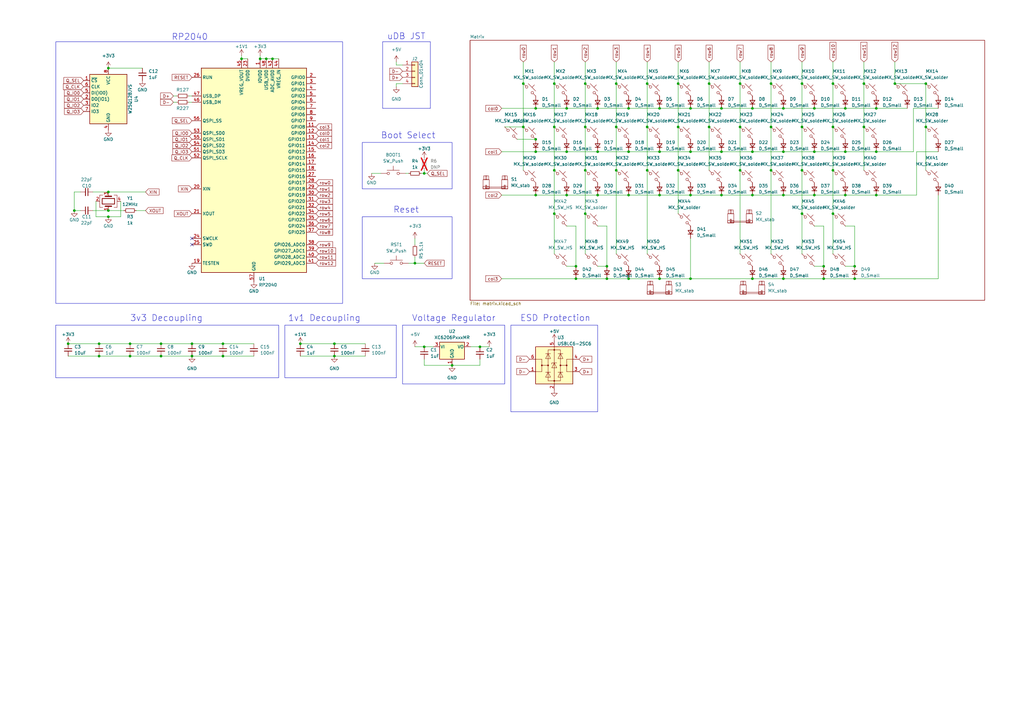
<source format=kicad_sch>
(kicad_sch (version 20230121) (generator eeschema)
  (paper "A3")
  (title_block (title "ark40") (date "2023-07-04") (rev "1"))
  (junction (at 78.74 146.05))
  (junction (at 214.63 52.07))
  (junction (at 328.93 87.63))
  (junction (at 321.31 62.23))
  (junction (at 308.61 44.45))
  (junction (at 219.71 62.23))
  (junction (at 137.16 140.97))
  (junction (at 283.21 62.23))
  (junction (at 66.04 146.05))
  (junction (at 109.22 24.13))
  (junction (at 270.51 62.23))
  (junction (at 350.52 109.22))
  (junction (at 354.33 52.07))
  (junction (at 334.01 62.23))
  (junction (at 308.61 62.23))
  (junction (at 40.64 146.05))
  (junction (at 99.06 24.13))
  (junction (at 91.44 146.05))
  (junction (at 252.73 52.07))
  (junction (at 240.03 87.63))
  (junction (at 308.61 114.3))
  (junction (at 245.11 62.23))
  (junction (at 227.33 69.85))
  (junction (at 283.21 80.01))
  (junction (at 257.81 62.23))
  (junction (at 265.43 34.29))
  (junction (at 341.63 52.07))
  (junction (at 227.33 52.07))
  (junction (at 240.03 52.07))
  (junction (at 265.43 52.07))
  (junction (at 328.93 34.29))
  (junction (at 321.31 114.3))
  (junction (at 334.01 80.01))
  (junction (at 214.63 34.29))
  (junction (at 350.52 114.3))
  (junction (at 316.23 69.85))
  (junction (at 44.45 78.74))
  (junction (at 334.01 44.45))
  (junction (at 321.31 80.01))
  (junction (at 91.44 140.97))
  (junction (at 123.19 140.97))
  (junction (at 270.51 80.01))
  (junction (at 232.41 44.45))
  (junction (at 78.74 140.97))
  (junction (at 170.18 107.95))
  (junction (at 278.13 69.85))
  (junction (at 270.51 44.45))
  (junction (at 219.71 44.45))
  (junction (at 316.23 34.29))
  (junction (at 303.53 69.85))
  (junction (at 53.34 146.05))
  (junction (at 328.93 69.85))
  (junction (at 257.81 80.01))
  (junction (at 278.13 34.29))
  (junction (at 308.61 80.01))
  (junction (at 219.71 80.01))
  (junction (at 240.03 34.29))
  (junction (at 346.71 44.45))
  (junction (at 44.45 86.36))
  (junction (at 185.42 149.86))
  (junction (at 252.73 69.85))
  (junction (at 40.64 140.97))
  (junction (at 30.48 86.36))
  (junction (at 240.03 69.85))
  (junction (at 248.92 114.3))
  (junction (at 27.94 140.97))
  (junction (at 290.83 52.07))
  (junction (at 379.73 52.07))
  (junction (at 321.31 44.45))
  (junction (at 53.34 140.97))
  (junction (at 227.33 87.63))
  (junction (at 66.04 140.97))
  (junction (at 236.22 114.3))
  (junction (at 196.85 142.24))
  (junction (at 359.41 62.23))
  (junction (at 295.91 80.01))
  (junction (at 236.22 109.22))
  (junction (at 173.99 71.12))
  (junction (at 346.71 62.23))
  (junction (at 337.82 114.3))
  (junction (at 173.99 142.24))
  (junction (at 245.11 80.01))
  (junction (at 283.21 44.45))
  (junction (at 337.82 109.22))
  (junction (at 219.71 57.15))
  (junction (at 283.21 114.3))
  (junction (at 265.43 69.85))
  (junction (at 295.91 44.45))
  (junction (at 227.33 34.29))
  (junction (at 359.41 44.45))
  (junction (at 111.76 24.13))
  (junction (at 367.03 34.29))
  (junction (at 248.92 109.22))
  (junction (at 252.73 34.29))
  (junction (at 303.53 52.07))
  (junction (at 232.41 80.01))
  (junction (at 295.91 62.23))
  (junction (at 346.71 80.01))
  (junction (at 341.63 34.29))
  (junction (at 137.16 146.05))
  (junction (at 106.68 24.13))
  (junction (at 232.41 62.23))
  (junction (at 341.63 69.85))
  (junction (at 44.45 88.9))
  (junction (at 354.33 34.29))
  (junction (at 257.81 114.3))
  (junction (at 303.53 34.29))
  (junction (at 270.51 114.3))
  (junction (at 341.63 87.63))
  (junction (at 257.81 44.45))
  (junction (at 245.11 44.45))
  (junction (at 316.23 52.07))
  (junction (at 278.13 52.07))
  (junction (at 44.45 27.94))
  (junction (at 328.93 52.07))
  (junction (at 359.41 80.01))
  (junction (at 379.73 34.29))
  (junction (at 290.83 34.29))
  (no_connect (at 78.74 97.79))
  (no_connect (at 78.74 100.33))
  (wire (pts (xy 166.37 71.12) (xy 167.64 71.12)))
  (wire (pts (xy 39.37 82.55) (xy 39.37 88.9)))
  (wire (pts (xy 196.85 147.32) (xy 196.85 149.86)))
  (wire (pts (xy 367.03 34.29) (xy 379.73 34.29)))
  (wire (pts (xy 346.71 62.23) (xy 359.41 62.23)))
  (wire (pts (xy 214.63 52.07) (xy 214.63 69.85)))
  (wire (pts (xy 193.04 142.24) (xy 196.85 142.24)))
  (wire (pts (xy 170.18 97.79) (xy 170.18 100.33)))
  (wire (pts (xy 196.85 142.24) (xy 200.66 142.24)))
  (wire (pts (xy 245.11 62.23) (xy 257.81 62.23)))
  (wire (pts (xy 232.41 80.01) (xy 245.11 80.01)))
  (wire (pts (xy 295.91 62.23) (xy 308.61 62.23)))
  (wire (pts (xy 153.67 107.95) (xy 157.48 107.95)))
  (wire (pts (xy 359.41 44.45) (xy 372.11 44.45)))
  (wire (pts (xy 91.44 140.97) (xy 104.14 140.97)))
  (wire (pts (xy 162.56 26.67) (xy 162.56 25.4)))
  (wire (pts (xy 227.33 25.4) (xy 227.33 34.29)))
  (wire (pts (xy 165.1 34.29) (xy 162.56 34.29)))
  (wire (pts (xy 71.12 41.91) (xy 72.39 41.91)))
  (wire (pts (xy 38.1 86.36) (xy 44.45 86.36)))
  (wire (pts (xy 55.88 86.36) (xy 59.69 86.36)))
  (wire (pts (xy 252.73 25.4) (xy 252.73 34.29)))
  (wire (pts (xy 219.71 80.01) (xy 232.41 80.01)))
  (wire (pts (xy 27.94 146.05) (xy 40.64 146.05)))
  (wire (pts (xy 308.61 114.3) (xy 321.31 114.3)))
  (wire (pts (xy 227.33 69.85) (xy 227.33 87.63)))
  (wire (pts (xy 257.81 114.3) (xy 270.51 114.3)))
  (wire (pts (xy 172.72 71.12) (xy 173.99 71.12)))
  (wire (pts (xy 367.03 25.4) (xy 367.03 34.29)))
  (wire (pts (xy 321.31 62.23) (xy 334.01 62.23)))
  (wire (pts (xy 379.73 52.07) (xy 379.73 69.85)))
  (wire (pts (xy 78.74 146.05) (xy 91.44 146.05)))
  (wire (pts (xy 270.51 114.3) (xy 283.21 114.3)))
  (wire (pts (xy 334.01 109.22) (xy 337.82 109.22)))
  (wire (pts (xy 30.48 78.74) (xy 30.48 86.36)))
  (wire (pts (xy 173.99 142.24) (xy 177.8 142.24)))
  (wire (pts (xy 265.43 52.07) (xy 265.43 69.85)))
  (wire (pts (xy 173.99 71.12) (xy 175.26 71.12)))
  (wire (pts (xy 341.63 69.85) (xy 341.63 87.63)))
  (wire (pts (xy 278.13 69.85) (xy 278.13 87.63)))
  (wire (pts (xy 40.64 140.97) (xy 53.34 140.97)))
  (wire (pts (xy 66.04 146.05) (xy 78.74 146.05)))
  (wire (pts (xy 265.43 69.85) (xy 265.43 104.14)))
  (wire (pts (xy 257.81 80.01) (xy 270.51 80.01)))
  (wire (pts (xy 334.01 62.23) (xy 346.71 62.23)))
  (wire (pts (xy 245.11 44.45) (xy 257.81 44.45)))
  (wire (pts (xy 109.22 24.13) (xy 111.76 24.13)))
  (wire (pts (xy 265.43 34.29) (xy 265.43 52.07)))
  (wire (pts (xy 71.12 39.37) (xy 72.39 39.37)))
  (wire (pts (xy 232.41 109.22) (xy 236.22 109.22)))
  (wire (pts (xy 240.03 34.29) (xy 240.03 52.07)))
  (wire (pts (xy 384.81 80.01) (xy 384.81 114.3)))
  (wire (pts (xy 334.01 92.71) (xy 337.82 92.71)))
  (wire (pts (xy 341.63 34.29) (xy 341.63 52.07)))
  (wire (pts (xy 44.45 78.74) (xy 59.69 78.74)))
  (wire (pts (xy 205.74 114.3) (xy 236.22 114.3)))
  (wire (pts (xy 354.33 34.29) (xy 354.33 52.07)))
  (wire (pts (xy 214.63 34.29) (xy 214.63 52.07)))
  (wire (pts (xy 303.53 69.85) (xy 303.53 104.14)))
  (wire (pts (xy 137.16 146.05) (xy 149.86 146.05)))
  (wire (pts (xy 106.68 24.13) (xy 106.68 22.86)))
  (wire (pts (xy 33.02 78.74) (xy 30.48 78.74)))
  (wire (pts (xy 38.1 78.74) (xy 44.45 78.74)))
  (wire (pts (xy 295.91 44.45) (xy 308.61 44.45)))
  (wire (pts (xy 350.52 92.71) (xy 350.52 109.22)))
  (wire (pts (xy 205.74 44.45) (xy 219.71 44.45)))
  (wire (pts (xy 240.03 52.07) (xy 240.03 69.85)))
  (wire (pts (xy 328.93 87.63) (xy 328.93 104.14)))
  (wire (pts (xy 346.71 44.45) (xy 359.41 44.45)))
  (wire (pts (xy 252.73 52.07) (xy 252.73 69.85)))
  (wire (pts (xy 375.92 62.23) (xy 375.92 80.01)))
  (wire (pts (xy 170.18 142.24) (xy 173.99 142.24)))
  (wire (pts (xy 321.31 80.01) (xy 334.01 80.01)))
  (wire (pts (xy 252.73 34.29) (xy 252.73 52.07)))
  (wire (pts (xy 354.33 25.4) (xy 354.33 34.29)))
  (wire (pts (xy 167.64 107.95) (xy 170.18 107.95)))
  (wire (pts (xy 316.23 52.07) (xy 316.23 69.85)))
  (wire (pts (xy 290.83 34.29) (xy 290.83 52.07)))
  (wire (pts (xy 240.03 87.63) (xy 240.03 104.14)))
  (wire (pts (xy 236.22 92.71) (xy 236.22 109.22)))
  (wire (pts (xy 283.21 114.3) (xy 308.61 114.3)))
  (wire (pts (xy 232.41 62.23) (xy 245.11 62.23)))
  (wire (pts (xy 278.13 52.07) (xy 278.13 69.85)))
  (wire (pts (xy 384.81 44.45) (xy 374.65 44.45)))
  (wire (pts (xy 248.92 114.3) (xy 257.81 114.3)))
  (wire (pts (xy 359.41 62.23) (xy 374.65 62.23)))
  (wire (pts (xy 350.52 114.3) (xy 384.81 114.3)))
  (wire (pts (xy 308.61 62.23) (xy 321.31 62.23)))
  (wire (pts (xy 170.18 107.95) (xy 173.99 107.95)))
  (wire (pts (xy 240.03 25.4) (xy 240.03 34.29)))
  (wire (pts (xy 346.71 92.71) (xy 350.52 92.71)))
  (wire (pts (xy 78.74 39.37) (xy 77.47 39.37)))
  (wire (pts (xy 99.06 24.13) (xy 99.06 22.86)))
  (wire (pts (xy 170.18 105.41) (xy 170.18 107.95)))
  (wire (pts (xy 278.13 25.4) (xy 278.13 34.29)))
  (wire (pts (xy 207.01 52.07) (xy 214.63 52.07)))
  (wire (pts (xy 205.74 62.23) (xy 219.71 62.23)))
  (wire (pts (xy 270.51 62.23) (xy 283.21 62.23)))
  (wire (pts (xy 49.53 82.55) (xy 49.53 88.9)))
  (wire (pts (xy 257.81 44.45) (xy 270.51 44.45)))
  (wire (pts (xy 219.71 62.23) (xy 232.41 62.23)))
  (wire (pts (xy 49.53 88.9) (xy 44.45 88.9)))
  (wire (pts (xy 53.34 140.97) (xy 66.04 140.97)))
  (wire (pts (xy 316.23 69.85) (xy 316.23 104.14)))
  (wire (pts (xy 78.74 41.91) (xy 77.47 41.91)))
  (wire (pts (xy 257.81 62.23) (xy 270.51 62.23)))
  (wire (pts (xy 303.53 34.29) (xy 303.53 52.07)))
  (wire (pts (xy 337.82 92.71) (xy 337.82 109.22)))
  (wire (pts (xy 227.33 52.07) (xy 227.33 69.85)))
  (wire (pts (xy 99.06 24.13) (xy 101.6 24.13)))
  (wire (pts (xy 303.53 25.4) (xy 303.53 34.29)))
  (wire (pts (xy 248.92 92.71) (xy 248.92 109.22)))
  (wire (pts (xy 214.63 25.4) (xy 214.63 34.29)))
  (wire (pts (xy 245.11 92.71) (xy 248.92 92.71)))
  (wire (pts (xy 245.11 109.22) (xy 248.92 109.22)))
  (wire (pts (xy 328.93 52.07) (xy 328.93 69.85)))
  (wire (pts (xy 290.83 25.4) (xy 290.83 34.29)))
  (wire (pts (xy 227.33 87.63) (xy 227.33 104.14)))
  (wire (pts (xy 341.63 25.4) (xy 341.63 34.29)))
  (wire (pts (xy 232.41 44.45) (xy 245.11 44.45)))
  (wire (pts (xy 152.4 71.12) (xy 156.21 71.12)))
  (wire (pts (xy 165.1 26.67) (xy 162.56 26.67)))
  (wire (pts (xy 44.45 86.36) (xy 50.8 86.36)))
  (wire (pts (xy 123.19 146.05) (xy 137.16 146.05)))
  (wire (pts (xy 252.73 69.85) (xy 252.73 104.14)))
  (wire (pts (xy 30.48 86.36) (xy 33.02 86.36)))
  (wire (pts (xy 283.21 44.45) (xy 295.91 44.45)))
  (wire (pts (xy 173.99 69.85) (xy 173.99 71.12)))
  (wire (pts (xy 341.63 52.07) (xy 341.63 69.85)))
  (wire (pts (xy 303.53 52.07) (xy 303.53 69.85)))
  (wire (pts (xy 346.71 80.01) (xy 359.41 80.01)))
  (wire (pts (xy 316.23 34.29) (xy 316.23 52.07)))
  (wire (pts (xy 346.71 109.22) (xy 350.52 109.22)))
  (wire (pts (xy 240.03 69.85) (xy 240.03 87.63)))
  (wire (pts (xy 123.19 140.97) (xy 137.16 140.97)))
  (wire (pts (xy 308.61 44.45) (xy 321.31 44.45)))
  (wire (pts (xy 137.16 140.97) (xy 149.86 140.97)))
  (wire (pts (xy 321.31 44.45) (xy 334.01 44.45)))
  (wire (pts (xy 308.61 80.01) (xy 321.31 80.01)))
  (wire (pts (xy 27.94 140.97) (xy 40.64 140.97)))
  (wire (pts (xy 173.99 149.86) (xy 185.42 149.86)))
  (wire (pts (xy 196.85 149.86) (xy 185.42 149.86)))
  (wire (pts (xy 227.33 34.29) (xy 227.33 52.07)))
  (wire (pts (xy 265.43 25.4) (xy 265.43 34.29)))
  (wire (pts (xy 379.73 34.29) (xy 379.73 52.07)))
  (wire (pts (xy 384.81 62.23) (xy 375.92 62.23)))
  (wire (pts (xy 328.93 69.85) (xy 328.93 87.63)))
  (wire (pts (xy 111.76 24.13) (xy 114.3 24.13)))
  (wire (pts (xy 321.31 114.3) (xy 337.82 114.3)))
  (wire (pts (xy 236.22 114.3) (xy 248.92 114.3)))
  (wire (pts (xy 40.64 146.05) (xy 53.34 146.05)))
  (wire (pts (xy 334.01 44.45) (xy 346.71 44.45)))
  (wire (pts (xy 270.51 44.45) (xy 283.21 44.45)))
  (wire (pts (xy 39.37 88.9) (xy 44.45 88.9)))
  (wire (pts (xy 278.13 34.29) (xy 278.13 52.07)))
  (wire (pts (xy 375.92 80.01) (xy 359.41 80.01)))
  (wire (pts (xy 295.91 80.01) (xy 308.61 80.01)))
  (wire (pts (xy 78.74 140.97) (xy 91.44 140.97)))
  (wire (pts (xy 44.45 27.94) (xy 58.42 27.94)))
  (wire (pts (xy 328.93 25.4) (xy 328.93 34.29)))
  (wire (pts (xy 374.65 44.45) (xy 374.65 62.23)))
  (wire (pts (xy 283.21 62.23) (xy 295.91 62.23)))
  (wire (pts (xy 270.51 80.01) (xy 283.21 80.01)))
  (wire (pts (xy 232.41 92.71) (xy 236.22 92.71)))
  (wire (pts (xy 173.99 147.32) (xy 173.99 149.86)))
  (wire (pts (xy 337.82 114.3) (xy 350.52 114.3)))
  (wire (pts (xy 162.56 34.29) (xy 162.56 35.56)))
  (wire (pts (xy 283.21 80.01) (xy 295.91 80.01)))
  (wire (pts (xy 205.74 80.01) (xy 219.71 80.01)))
  (wire (pts (xy 53.34 146.05) (xy 66.04 146.05)))
  (wire (pts (xy 316.23 25.4) (xy 316.23 34.29)))
  (wire (pts (xy 328.93 34.29) (xy 328.93 52.07)))
  (wire (pts (xy 212.09 57.15) (xy 219.71 57.15)))
  (wire (pts (xy 91.44 146.05) (xy 104.14 146.05)))
  (wire (pts (xy 283.21 114.3) (xy 283.21 97.79)))
  (wire (pts (xy 66.04 140.97) (xy 78.74 140.97)))
  (wire (pts (xy 245.11 80.01) (xy 257.81 80.01)))
  (wire (pts (xy 334.01 80.01) (xy 346.71 80.01)))
  (wire (pts (xy 341.63 87.63) (xy 341.63 104.14)))
  (wire (pts (xy 219.71 44.45) (xy 232.41 44.45)))
  (wire (pts (xy 106.68 24.13) (xy 109.22 24.13)))
  (wire (pts (xy 354.33 52.07) (xy 354.33 69.85)))
  (wire (pts (xy 290.83 52.07) (xy 290.83 69.85)))
  (rectangle (start 148.59 88.9) (end 185.42 114.3))
  (rectangle (start 22.9108 17.1196) (end 140.5128 124.46))
  (rectangle (start 22.86 133.35) (end 114.3 154.94))
  (rectangle (start 156.9212 17.1196) (end 176.53 44.45))
  (rectangle (start 165.1 133.35) (end 207.01 157.48))
  (rectangle (start 116.84 133.35) (end 162.56 154.94))
  (rectangle (start 209.55 133.35) (end 245.11 168.91))
  (rectangle (start 148.59 58.42) (end 185.42 77.47))
  (text "uDB JST" (at 158.75 16.51 0) (effects (font (size 2.54 2.54)) (justify left bottom)))
  (text "1v1 Decoupling" (at 118.11 132.08 0) (effects (font (size 2.54 2.54)) (justify left bottom)))
  (text "Reset\n" (at 161.29 87.63 0) (effects (font (size 2.54 2.54)) (justify left bottom)))
  (text "3v3 Decoupling" (at 53.34 132.08 0) (effects (font (size 2.54 2.54)) (justify left bottom)))
  (text "Boot Select\n" (at 156.21 57.15 0) (effects (font (size 2.54 2.54)) (justify left bottom)))
  (text "RP2040" (at 70.358 16.764 0) (effects (font (size 2.54 2.54)) (justify left bottom)))
  (text "Voltage Regulator" (at 168.91 132.08 0) (effects (font (size 2.54 2.54)) (justify left bottom)))
  (text "ESD Protection\n" (at 213.36 132.08 0) (effects (font (size 2.54 2.54)) (justify left bottom)))
  (global_label "Q_IO2" (shape input) (at 34.29 43.18 180) (property "Intersheetrefs" "${INTERSHEET_REFS}" (effects hide)))
  (global_label "row11" (shape input) (at 129.54 105.41 0) (property "Intersheetrefs" "${INTERSHEET_REFS}" (effects hide)))
  (global_label "row2" (shape input) (at 240.03 25.4 90) (property "Intersheetrefs" "${INTERSHEET_REFS}" (effects hide)))
  (global_label "RESET" (shape input) (at 173.99 107.95 0) (property "Intersheetrefs" "${INTERSHEET_REFS}" (effects hide)))
  (global_label "row10" (shape input) (at 341.63 25.4 90) (property "Intersheetrefs" "${INTERSHEET_REFS}" (effects hide)))
  (global_label "Q_IO3" (shape input) (at 78.74 62.23 180) (property "Intersheetrefs" "${INTERSHEET_REFS}" (effects hide)))
  (global_label "row5" (shape input) (at 129.54 87.63 0) (property "Intersheetrefs" "${INTERSHEET_REFS}" (effects hide)))
  (global_label "Q_SEL" (shape input) (at 34.29 33.02 180) (property "Intersheetrefs" "${INTERSHEET_REFS}" (effects hide)))
  (global_label "Q_IO1" (shape input) (at 78.74 57.15 180) (property "Intersheetrefs" "${INTERSHEET_REFS}" (effects hide)))
  (global_label "row8" (shape input) (at 316.23 25.4 90) (property "Intersheetrefs" "${INTERSHEET_REFS}" (effects hide)))
  (global_label "row4" (shape input) (at 265.43 25.4 90) (property "Intersheetrefs" "${INTERSHEET_REFS}" (effects hide)))
  (global_label "col3" (shape input) (at 129.54 52.07 0) (property "Intersheetrefs" "${INTERSHEET_REFS}" (effects hide)))
  (global_label "row6" (shape input) (at 129.54 90.17 0) (property "Intersheetrefs" "${INTERSHEET_REFS}" (effects hide)))
  (global_label "row1" (shape input) (at 129.54 77.47 0) (property "Intersheetrefs" "${INTERSHEET_REFS}" (effects hide)))
  (global_label "RESET" (shape input) (at 78.74 31.75 180) (property "Intersheetrefs" "${INTERSHEET_REFS}" (effects hide)))
  (global_label "row8" (shape input) (at 129.54 95.25 0) (property "Intersheetrefs" "${INTERSHEET_REFS}" (effects hide)))
  (global_label "XIN" (shape input) (at 59.69 78.74 0) (property "Intersheetrefs" "${INTERSHEET_REFS}" (effects hide)))
  (global_label "col1" (shape input) (at 129.54 57.15 0) (property "Intersheetrefs" "${INTERSHEET_REFS}" (effects hide)))
  (global_label "D+" (shape input) (at 237.49 147.32 0) (property "Intersheetrefs" "${INTERSHEET_REFS}" (effects hide)))
  (global_label "col0" (shape input) (at 205.74 44.45 180) (property "Intersheetrefs" "${INTERSHEET_REFS}" (effects hide)))
  (global_label "row1" (shape input) (at 227.33 25.4 90) (property "Intersheetrefs" "${INTERSHEET_REFS}" (effects hide)))
  (global_label "XIN" (shape input) (at 78.74 77.47 180) (property "Intersheetrefs" "${INTERSHEET_REFS}" (effects hide)))
  (global_label "XOUT" (shape input) (at 78.74 87.63 180) (property "Intersheetrefs" "${INTERSHEET_REFS}" (effects hide)))
  (global_label "row9" (shape input) (at 328.93 25.4 90) (property "Intersheetrefs" "${INTERSHEET_REFS}" (effects hide)))
  (global_label "col3" (shape input) (at 205.74 114.3 180) (property "Intersheetrefs" "${INTERSHEET_REFS}" (effects hide)))
  (global_label "row0" (shape input) (at 214.63 25.4 90) (property "Intersheetrefs" "${INTERSHEET_REFS}" (effects hide)))
  (global_label "col1" (shape input) (at 205.74 62.23 180) (property "Intersheetrefs" "${INTERSHEET_REFS}" (effects hide)))
  (global_label "row9" (shape input) (at 129.54 100.33 0) (property "Intersheetrefs" "${INTERSHEET_REFS}" (effects hide)))
  (global_label "col2" (shape input) (at 205.74 80.01 180) (property "Intersheetrefs" "${INTERSHEET_REFS}" (effects hide)))
  (global_label "D+" (shape input) (at 237.49 152.4 0) (property "Intersheetrefs" "${INTERSHEET_REFS}" (effects hide)))
  (global_label "Q_CLK" (shape input) (at 78.74 64.77 180) (property "Intersheetrefs" "${INTERSHEET_REFS}" (effects hide)))
  (global_label "D-" (shape input) (at 217.17 152.4 180) (property "Intersheetrefs" "${INTERSHEET_REFS}" (effects hide)))
  (global_label "Q_IO0" (shape input) (at 34.29 38.1 180) (property "Intersheetrefs" "${INTERSHEET_REFS}" (effects hide)))
  (global_label "row11" (shape input) (at 354.33 25.4 90) (property "Intersheetrefs" "${INTERSHEET_REFS}" (effects hide)))
  (global_label "row2" (shape input) (at 129.54 80.01 0) (property "Intersheetrefs" "${INTERSHEET_REFS}" (effects hide)))
  (global_label "Q_IO2" (shape input) (at 78.74 59.69 180) (property "Intersheetrefs" "${INTERSHEET_REFS}" (effects hide)))
  (global_label "row3" (shape input) (at 129.54 82.55 0) (property "Intersheetrefs" "${INTERSHEET_REFS}" (effects hide)))
  (global_label "row7" (shape input) (at 129.54 92.71 0) (property "Intersheetrefs" "${INTERSHEET_REFS}" (effects hide)))
  (global_label "row4" (shape input) (at 129.54 85.09 0) (property "Intersheetrefs" "${INTERSHEET_REFS}" (effects hide)))
  (global_label "row0" (shape input) (at 129.54 74.93 0) (property "Intersheetrefs" "${INTERSHEET_REFS}" (effects hide)))
  (global_label "col0" (shape input) (at 129.54 54.61 0) (property "Intersheetrefs" "${INTERSHEET_REFS}" (effects hide)))
  (global_label "col2" (shape input) (at 129.54 59.69 0) (property "Intersheetrefs" "${INTERSHEET_REFS}" (effects hide)))
  (global_label "Q_IO1" (shape input) (at 34.29 40.64 180) (property "Intersheetrefs" "${INTERSHEET_REFS}" (effects hide)))
  (global_label "D-" (shape input) (at 165.1 29.21 180) (property "Intersheetrefs" "${INTERSHEET_REFS}" (effects hide)))
  (global_label "Q_IO0" (shape input) (at 78.74 54.61 180) (property "Intersheetrefs" "${INTERSHEET_REFS}" (effects hide)))
  (global_label "Q_SEL" (shape input) (at 175.26 71.12 0) (property "Intersheetrefs" "${INTERSHEET_REFS}" (effects hide)))
  (global_label "row6" (shape input) (at 290.83 25.4 90) (property "Intersheetrefs" "${INTERSHEET_REFS}" (effects hide)))
  (global_label "row5" (shape input) (at 278.13 25.4 90) (property "Intersheetrefs" "${INTERSHEET_REFS}" (effects hide)))
  (global_label "Q_SEL" (shape input) (at 78.74 49.53 180) (property "Intersheetrefs" "${INTERSHEET_REFS}" (effects hide)))
  (global_label "Q_CLK" (shape input) (at 34.29 35.56 180) (property "Intersheetrefs" "${INTERSHEET_REFS}" (effects hide)))
  (global_label "D-" (shape input) (at 217.17 147.32 180) (property "Intersheetrefs" "${INTERSHEET_REFS}" (effects hide)))
  (global_label "Q_IO3" (shape input) (at 34.29 45.72 180) (property "Intersheetrefs" "${INTERSHEET_REFS}" (effects hide)))
  (global_label "D+" (shape input) (at 165.1 31.75 180) (property "Intersheetrefs" "${INTERSHEET_REFS}" (effects hide)))
  (global_label "D+" (shape input) (at 71.12 39.37 180) (property "Intersheetrefs" "${INTERSHEET_REFS}" (effects hide)))
  (global_label "D-" (shape input) (at 71.12 41.91 180) (property "Intersheetrefs" "${INTERSHEET_REFS}" (effects hide)))
  (global_label "XOUT" (shape input) (at 59.69 86.36 0) (property "Intersheetrefs" "${INTERSHEET_REFS}" (effects hide)))
  (global_label "row10" (shape input) (at 129.54 102.87 0) (property "Intersheetrefs" "${INTERSHEET_REFS}" (effects hide)))
  (global_label "row12" (shape input) (at 367.03 25.4 90) (property "Intersheetrefs" "${INTERSHEET_REFS}" (effects hide)))
  (global_label "row12" (shape input) (at 129.54 107.95 0) (property "Intersheetrefs" "${INTERSHEET_REFS}" (effects hide)))
  (global_label "row3" (shape input) (at 252.73 25.4 90) (property "Intersheetrefs" "${INTERSHEET_REFS}" (effects hide)))
  (global_label "row7" (shape input) (at 303.53 25.4 90) (property "Intersheetrefs" "${INTERSHEET_REFS}" (effects hide)))
  (symbol (lib_id "PCM_marbastlib-mx:MX_SW_HS") (at 217.17 54.61 0) (unit 1)
    (property "Reference" "MX16" (at 217.17 46.99 0))
    (property "Value" "MX_SW_solder" (at 217.17 49.53 0))
    (property "Footprint" "PCM_marbastlib-mx:SW_MX_1.75u_STP_1.25" (effects hide))
  )
  (symbol (lib_id "power:GND") (at 58.42 33.02 0) (unit 1)
    (property "Reference" "#PWR027" (effects hide))
    (property "Value" "GND" (at 58.42 36.83 0))
  )
  (symbol (lib_id "Device:D_Small") (at 308.61 77.47 90) (unit 1)
    (property "Reference" "D35" (at 311.15 76.2 90) (effects (justify right)))
    (property "Value" "D_Small" (at 311.15 78.74 90) (effects (justify right)))
    (property "Footprint" "Diode_SMD:D_SOD-123" (effects hide))
    (property "Sim.Device" "D" (effects hide))
    (property "Sim.Pins" "1=K 2=A" (effects hide))
    (property "LCSC" "C81598" (effects hide))
  )
  (symbol (lib_id "PCM_marbastlib-mx:MX_SW_HS") (at 331.47 54.61 0) (unit 1)
    (property "Reference" "MX25" (at 331.47 46.99 0))
    (property "Value" "MX_SW_solder" (at 331.47 49.53 0))
    (property "Footprint" "PCM_marbastlib-mx:SW_MX_1u" (effects hide))
  )
  (symbol (lib_id "Device:C_Small") (at 58.42 30.48 0) (unit 1)
    (property "Reference" "C12" (at 60.96 29.2163 0) (effects (justify left)))
    (property "Value" "1uF" (at 60.96 31.7563 0) (effects (justify left)))
    (property "Footprint" "Capacitor_SMD:C_0402_1005Metric" (effects hide))
    (property "LCSC" "C52923" (effects hide))
  )
  (symbol (lib_id "PCM_marbastlib-mx:MX_SW_HS") (at 229.87 106.68 0) (unit 1)
    (property "Reference" "MX47" (at 229.87 99.06 0))
    (property "Value" "MX_SW_HS" (at 229.87 101.6 0))
    (property "Footprint" "PCM_marbastlib-mx:SW_MX_1.25u" (effects hide))
  )
  (symbol (lib_id "Device:D_Small") (at 359.41 41.91 90) (unit 1)
    (property "Reference" "D12" (at 361.95 40.64 90) (effects (justify right)))
    (property "Value" "D_Small" (at 361.95 43.18 90) (effects (justify right)))
    (property "Footprint" "Diode_SMD:D_SOD-123" (effects hide))
    (property "Sim.Device" "D" (effects hide))
    (property "Sim.Pins" "1=K 2=A" (effects hide))
    (property "LCSC" "C81598" (effects hide))
  )
  (symbol (lib_id "PCM_marbastlib-mx:MX_SW_HS") (at 267.97 72.39 0) (unit 1)
    (property "Reference" "MX33" (at 267.97 64.77 0))
    (property "Value" "MX_SW_solder" (at 267.97 67.31 0))
    (property "Footprint" "PCM_marbastlib-mx:SW_MX_1u" (effects hide))
  )
  (symbol (lib_id "Device:D_Small") (at 270.51 111.76 90) (unit 1)
    (property "Reference" "D45" (at 273.05 110.49 90) (effects (justify right)))
    (property "Value" "D_Small" (at 273.05 113.03 90) (effects (justify right)))
    (property "Footprint" "Diode_SMD:D_SOD-123" (effects hide))
    (property "Sim.Device" "D" (effects hide))
    (property "Sim.Pins" "1=K 2=A" (effects hide))
    (property "LCSC" "C81598" (effects hide))
  )
  (symbol (lib_id "power:GND") (at 162.56 35.56 0) (unit 1)
    (property "Reference" "#PWR06" (effects hide))
    (property "Value" "GND" (at 162.56 40.64 0))
  )
  (symbol (lib_id "Device:D_Small") (at 270.51 41.91 90) (unit 1)
    (property "Reference" "D5" (at 273.05 40.64 90) (effects (justify right)))
    (property "Value" "D_Small" (at 273.05 43.18 90) (effects (justify right)))
    (property "Footprint" "Diode_SMD:D_SOD-123" (effects hide))
    (property "Sim.Device" "D" (effects hide))
    (property "Sim.Pins" "1=K 2=A" (effects hide))
    (property "LCSC" "C81598" (effects hide))
  )
  (symbol (lib_id "Device:D_Small") (at 236.22 111.76 90) (unit 1)
    (property "Reference" "D42" (at 238.76 110.49 90) (effects (justify right)))
    (property "Value" "D_Small" (at 238.76 113.03 90) (effects (justify right)))
    (property "Footprint" "Diode_SMD:D_SOD-123" (effects hide))
    (property "Sim.Device" "D" (effects hide))
    (property "Sim.Pins" "1=K 2=A" (effects hide))
    (property "LCSC" "C81598" (effects hide))
  )
  (symbol (lib_id "Device:D_Small") (at 321.31 77.47 90) (unit 1)
    (property "Reference" "D36" (at 323.85 76.2 90) (effects (justify right)))
    (property "Value" "D_Small" (at 323.85 78.74 90) (effects (justify right)))
    (property "Footprint" "Diode_SMD:D_SOD-123" (effects hide))
    (property "Sim.Device" "D" (effects hide))
    (property "Sim.Pins" "1=K 2=A" (effects hide))
    (property "LCSC" "C81598" (effects hide))
  )
  (symbol (lib_id "Device:D_Small") (at 334.01 41.91 90) (unit 1)
    (property "Reference" "D10" (at 336.55 40.64 90) (effects (justify right)))
    (property "Value" "D_Small" (at 336.55 43.18 90) (effects (justify right)))
    (property "Footprint" "Diode_SMD:D_SOD-123" (effects hide))
    (property "Sim.Device" "D" (effects hide))
    (property "Sim.Pins" "1=K 2=A" (effects hide))
    (property "LCSC" "C81598" (effects hide))
  )
  (symbol (lib_id "PCM_marbastlib-mx:MX_SW_HS") (at 255.27 72.39 0) (unit 1)
    (property "Reference" "MX32" (at 255.27 64.77 0))
    (property "Value" "MX_SW_solder" (at 255.27 67.31 0))
    (property "Footprint" "PCM_marbastlib-mx:SW_MX_1u" (effects hide))
  )
  (symbol (lib_id "PCM_marbastlib-mx:MX_SW_HS") (at 344.17 36.83 0) (unit 1)
    (property "Reference" "MX11" (at 344.17 29.21 0))
    (property "Value" "MX_SW_solder" (at 344.17 31.75 0))
    (property "Footprint" "PCM_marbastlib-mx:SW_MX_1u" (effects hide))
  )
  (symbol (lib_id "Device:D_Small") (at 295.91 77.47 90) (unit 1)
    (property "Reference" "D34" (at 298.45 76.2 90) (effects (justify right)))
    (property "Value" "D_Small" (at 298.45 78.74 90) (effects (justify right)))
    (property "Footprint" "Diode_SMD:D_SOD-123" (effects hide))
    (property "Sim.Device" "D" (effects hide))
    (property "Sim.Pins" "1=K 2=A" (effects hide))
    (property "LCSC" "C81598" (effects hide))
  )
  (symbol (lib_id "Device:D_Small") (at 248.92 111.76 90) (unit 1)
    (property "Reference" "D43" (at 251.46 110.49 90) (effects (justify right)))
    (property "Value" "D_Small" (at 251.46 113.03 90) (effects (justify right)))
    (property "Footprint" "Diode_SMD:D_SOD-123" (effects hide))
    (property "Sim.Device" "D" (effects hide))
    (property "Sim.Pins" "1=K 2=A" (effects hide))
    (property "LCSC" "C81598" (effects hide))
  )
  (symbol (lib_id "Device:D_Small") (at 350.52 111.76 90) (unit 1)
    (property "Reference" "D49" (at 353.06 110.49 90) (effects (justify right)))
    (property "Value" "D_Small" (at 353.06 113.03 90) (effects (justify right)))
    (property "Footprint" "Diode_SMD:D_SOD-123" (effects hide))
    (property "Sim.Device" "D" (effects hide))
    (property "Sim.Pins" "1=K 2=A" (effects hide))
    (property "LCSC" "C81598" (effects hide))
  )
  (symbol (lib_id "power:+3V3") (at 44.45 27.94 0) (unit 1)
    (property "Reference" "#PWR03" (effects hide))
    (property "Value" "+3V3" (at 44.45 22.86 0))
  )
  (symbol (lib_id "PCM_marbastlib-mx:MX_SW_HS") (at 229.87 72.39 0) (unit 1)
    (property "Reference" "MX30" (at 229.87 64.77 0))
    (property "Value" "MX_SW_solder" (at 229.87 67.31 0))
    (property "Footprint" "PCM_marbastlib-mx:SW_MX_1u" (effects hide))
  )
  (symbol (lib_id "power:+3V3") (at 200.66 142.24 0) (unit 1)
    (property "Reference" "#PWR09" (effects hide))
    (property "Value" "+3V3" (at 200.66 137.16 0))
  )
  (symbol (lib_id "Device:Crystal_GND24") (at 44.45 82.55 90) (unit 1)
    (property "Reference" "Y1" (at 53.34 81.28 90))
    (property "Value" "12MHz" (at 53.34 83.82 90))
    (property "Footprint" "Crystal:Crystal_SMD_3225-4Pin_3.2x2.5mm" (effects hide))
    (property "LCSC" "C9002" (effects hide))
  )
  (symbol (lib_id "Device:R_Small") (at 170.18 102.87 180) (unit 1)
    (property "Reference" "R5" (at 172.72 104.902 90))
    (property "Value" "5.1k" (at 172.72 101.092 90))
    (property "Footprint" "Resistor_SMD:R_0402_1005Metric" (effects hide))
    (property "LCSC" "C25905" (effects hide))
  )
  (symbol (lib_id "Device:C_Small") (at 78.74 143.51 0) (unit 1)
    (property "Reference" "C9" (at 81.28 142.2463 0) (effects (justify left)))
    (property "Value" "100nF" (at 81.28 144.7863 0) (effects (justify left)))
    (property "Footprint" "Capacitor_SMD:C_0402_1005Metric" (effects hide))
    (property "LCSC" "C1525" (effects hide))
  )
  (symbol (lib_id "power:GND") (at 137.16 146.05 0) (unit 1)
    (property "Reference" "#PWR023" (effects hide))
    (property "Value" "GND" (at 137.16 151.13 0))
  )
  (symbol (lib_id "PCM_marbastlib-mx:MX_SW_HS") (at 306.07 106.68 0) (unit 1)
    (property "Reference" "MX51" (at 306.07 99.06 0))
    (property "Value" "MX_SW_HS" (at 306.07 101.6 0))
    (property "Footprint" "PCM_marbastlib-mx:SW_MX_1u" (effects hide))
  )
  (symbol (lib_id "PCM_marbastlib-mx:MX_SW_HS") (at 331.47 90.17 0) (unit 1)
    (property "Reference" "MX45" (at 331.47 82.55 0))
    (property "Value" "MX_SW_solder" (at 331.47 85.09 0))
    (property "Footprint" "PCM_marbastlib-mx:SW_MX_1.25u" (effects hide))
  )
  (symbol (lib_id "Device:D_Small") (at 257.81 59.69 90) (unit 1)
    (property "Reference" "D18" (at 260.35 58.42 90) (effects (justify right)))
    (property "Value" "D_Small" (at 260.35 60.96 90) (effects (justify right)))
    (property "Footprint" "Diode_SMD:D_SOD-123" (effects hide))
    (property "Sim.Device" "D" (effects hide))
    (property "Sim.Pins" "1=K 2=A" (effects hide))
    (property "LCSC" "C81598" (effects hide))
  )
  (symbol (lib_id "PCM_marbastlib-mx:MX_SW_HS") (at 229.87 54.61 0) (unit 1)
    (property "Reference" "MX17" (at 229.87 46.99 0))
    (property "Value" "MX_SW_solder" (at 229.87 49.53 0))
    (property "Footprint" "PCM_marbastlib-mx:SW_MX_1u" (effects hide))
  )
  (symbol (lib_id "power:GND") (at 44.45 88.9 0) (unit 1)
    (property "Reference" "#PWR025" (effects hide))
    (property "Value" "GND" (at 44.45 92.71 0))
  )
  (symbol (lib_id "Device:R_Small") (at 173.99 67.31 180) (unit 1) (dnp yes)
    (property "Reference" "R6" (at 176.53 66.04 0) (effects (justify right)))
    (property "Value" "DNP" (at 176.53 68.58 0) (effects (justify right)))
    (property "Footprint" "Resistor_SMD:R_0402_1005Metric" (effects hide))
    (property "LCSC" "C279981" (effects hide))
  )
  (symbol (lib_id "PCM_marbastlib-mx:MX_SW_HS") (at 306.07 36.83 0) (unit 1)
    (property "Reference" "MX8" (at 306.07 29.21 0))
    (property "Value" "MX_SW_solder" (at 306.07 31.75 0))
    (property "Footprint" "PCM_marbastlib-mx:SW_MX_1u" (effects hide))
  )
  (symbol (lib_id "Device:D_Small") (at 321.31 111.76 90) (unit 1)
    (property "Reference" "D47" (at 323.85 110.49 90) (effects (justify right)))
    (property "Value" "D_Small" (at 323.85 113.03 90) (effects (justify right)))
    (property "Footprint" "Diode_SMD:D_SOD-123" (effects hide))
    (property "Sim.Device" "D" (effects hide))
    (property "Sim.Pins" "1=K 2=A" (effects hide))
    (property "LCSC" "C81598" (effects hide))
  )
  (symbol (lib_id "Device:D_Small") (at 219.71 59.69 90) (unit 1)
    (property "Reference" "D15" (at 222.25 58.42 90) (effects (justify right)))
    (property "Value" "D_Small" (at 222.25 60.96 90) (effects (justify right)))
    (property "Footprint" "Diode_SMD:D_SOD-123" (effects hide))
    (property "Sim.Device" "D" (effects hide))
    (property "Sim.Pins" "1=K 2=A" (effects hide))
    (property "LCSC" "C81598" (effects hide))
  )
  (symbol (lib_id "Device:D_Small") (at 295.91 59.69 90) (unit 1)
    (property "Reference" "D21" (at 298.45 58.42 90) (effects (justify right)))
    (property "Value" "D_Small" (at 298.45 60.96 90) (effects (justify right)))
    (property "Footprint" "Diode_SMD:D_SOD-123" (effects hide))
    (property "Sim.Device" "D" (effects hide))
    (property "Sim.Pins" "1=K 2=A" (effects hide))
    (property "LCSC" "C81598" (effects hide))
  )
  (symbol (lib_id "Device:D_Small") (at 270.51 59.69 90) (unit 1)
    (property "Reference" "D19" (at 273.05 58.42 90) (effects (justify right)))
    (property "Value" "D_Small" (at 273.05 60.96 90) (effects (justify right)))
    (property "Footprint" "Diode_SMD:D_SOD-123" (effects hide))
    (property "Sim.Device" "D" (effects hide))
    (property "Sim.Pins" "1=K 2=A" (effects hide))
    (property "LCSC" "C81598" (effects hide))
  )
  (symbol (lib_id "Device:D_Small") (at 372.11 41.91 90) (unit 1)
    (property "Reference" "D13" (at 374.65 40.64 90) (effects (justify right)))
    (property "Value" "D_Small" (at 374.65 43.18 90) (effects (justify right)))
    (property "Footprint" "Diode_SMD:D_SOD-123" (effects hide))
    (property "Sim.Device" "D" (effects hide))
    (property "Sim.Pins" "1=K 2=A" (effects hide))
    (property "LCSC" "C81598" (effects hide))
  )
  (symbol (lib_id "power:GND") (at 78.74 146.05 0) (unit 1)
    (property "Reference" "#PWR024" (effects hide))
    (property "Value" "GND" (at 78.74 151.13 0))
  )
  (symbol (lib_id "Device:D_Small") (at 346.71 77.47 90) (unit 1)
    (property "Reference" "D38" (at 349.25 76.2 90) (effects (justify right)))
    (property "Value" "D_Small" (at 349.25 78.74 90) (effects (justify right)))
    (property "Footprint" "Diode_SMD:D_SOD-123" (effects hide))
    (property "Sim.Device" "D" (effects hide))
    (property "Sim.Pins" "1=K 2=A" (effects hide))
    (property "LCSC" "C81598" (effects hide))
  )
  (symbol (lib_id "power:+1V1") (at 99.06 22.86 0) (unit 1)
    (property "Reference" "#PWR019" (effects hide))
    (property "Value" "+1V1" (at 99.06 19.05 0))
  )
  (symbol (lib_id "Power_Protection:USBLC6-2SC6") (at 227.33 149.86 0) (unit 1)
    (property "Reference" "U3" (at 228.6 138.43 0) (effects (justify left)))
    (property "Value" "USBLC6-2SC6" (at 228.6 140.97 0) (effects (justify left)))
    (property "Footprint" "Package_TO_SOT_SMD:SOT-23-6" (effects hide))
    (property "Datasheet" "https://www.st.com/resource/en/datasheet/usblc6-2.pdf" (effects hide))
    (property "LCSC" "C2687116" (effects hide))
  )
  (symbol (lib_id "Device:C_Small") (at 104.14 143.51 0) (unit 1)
    (property "Reference" "C15" (at 106.68 142.2463 0) (effects (justify left)))
    (property "Value" "100nF" (at 106.68 144.7863 0) (effects (justify left)))
    (property "Footprint" "Capacitor_SMD:C_0402_1005Metric" (effects hide))
    (property "LCSC" "C1525" (effects hide))
  )
  (symbol (lib_id "PCM_marbastlib-mx:MX_SW_HS") (at 382.27 72.39 0) (unit 1)
    (property "Reference" "MX41" (at 382.27 64.77 0))
    (property "Value" "MX_SW_solder" (at 382.27 67.31 0))
    (property "Footprint" "PCM_marbastlib-mx:SW_MX_1u" (effects hide))
  )
  (symbol (lib_id "Device:D_Small") (at 384.81 77.47 90) (unit 1)
    (property "Reference" "D40" (at 387.35 76.2 90) (effects (justify right)))
    (property "Value" "D_Small" (at 387.35 78.74 90) (effects (justify right)))
    (property "Footprint" "Diode_SMD:D_SOD-123" (effects hide))
    (property "Sim.Device" "D" (effects hide))
    (property "Sim.Pins" "1=K 2=A" (effects hide))
    (property "LCSC" "C81598" (effects hide))
  )
  (symbol (lib_id "PCM_marbastlib-mx:MX_SW_HS") (at 344.17 72.39 0) (unit 1)
    (property "Reference" "MX39" (at 344.17 64.77 0))
    (property "Value" "MX_SW_solder" (at 344.17 67.31 0))
    (property "Footprint" "PCM_marbastlib-mx:SW_MX_1u" (effects hide))
  )
  (symbol (lib_id "power:+5V") (at 162.56 25.4 0) (unit 1)
    (property "Reference" "#PWR07" (effects hide))
    (property "Value" "+5V" (at 162.56 20.32 0))
  )
  (symbol (lib_id "Device:D_Small") (at 384.81 41.91 90) (unit 1)
    (property "Reference" "D14" (at 387.35 40.64 90) (effects (justify right)))
    (property "Value" "D_Small" (at 387.35 43.18 90) (effects (justify right)))
    (property "Footprint" "Diode_SMD:D_SOD-123" (effects hide))
    (property "Sim.Device" "D" (effects hide))
    (property "Sim.Pins" "1=K 2=A" (effects hide))
    (property "LCSC" "C81598" (effects hide))
  )
  (symbol (lib_id "Device:D_Small") (at 219.71 77.47 90) (unit 1)
    (property "Reference" "D28" (at 222.25 76.2 90) (effects (justify right)))
    (property "Value" "D_Small" (at 222.25 78.74 90) (effects (justify right)))
    (property "Footprint" "Diode_SMD:D_SOD-123" (effects hide))
    (property "Sim.Device" "D" (effects hide))
    (property "Sim.Pins" "1=K 2=A" (effects hide))
    (property "LCSC" "C81598" (effects hide))
  )
  (symbol (lib_id "Device:D_Small") (at 283.21 77.47 90) (unit 1)
    (property "Reference" "D33" (at 285.75 76.2 90) (effects (justify right)))
    (property "Value" "D_Small" (at 285.75 78.74 90) (effects (justify right)))
    (property "Footprint" "Diode_SMD:D_SOD-123" (effects hide))
    (property "Sim.Device" "D" (effects hide))
    (property "Sim.Pins" "1=K 2=A" (effects hide))
    (property "LCSC" "C81598" (effects hide))
  )
  (symbol (lib_id "PCM_marbastlib-mx:MX_SW_HS") (at 382.27 54.61 0) (unit 1)
    (property "Reference" "MX28" (at 382.27 46.99 0))
    (property "Value" "MX_SW_solder" (at 382.27 49.53 0))
    (property "Footprint" "PCM_marbastlib-mx:SW_MX_1.75u" (effects hide))
  )
  (symbol (lib_id "Device:D_Small") (at 321.31 41.91 90) (unit 1)
    (property "Reference" "D9" (at 323.85 40.64 90) (effects (justify right)))
    (property "Value" "D_Small" (at 323.85 43.18 90) (effects (justify right)))
    (property "Footprint" "Diode_SMD:D_SOD-123" (effects hide))
    (property "Sim.Device" "D" (effects hide))
    (property "Sim.Pins" "1=K 2=A" (effects hide))
    (property "LCSC" "C81598" (effects hide))
  )
  (symbol (lib_id "power:GND") (at 30.48 86.36 0) (unit 1)
    (property "Reference" "#PWR026" (effects hide))
    (property "Value" "GND" (at 30.48 90.17 0))
  )
  (symbol (lib_id "power:GND") (at 185.42 149.86 0) (unit 1)
    (property "Reference" "#PWR010" (effects hide))
    (property "Value" "GND" (at 185.42 154.94 0))
  )
  (symbol (lib_id "MCU_RaspberryPi:RP2040") (at 104.14 69.85 0) (unit 1)
    (property "Reference" "U1" (at 106.0959 114.3 0) (effects (justify left)))
    (property "Value" "RP2040" (at 106.0959 116.84 0) (effects (justify left)))
    (property "Footprint" "Package_DFN_QFN:QFN-56-1EP_7x7mm_P0.4mm_EP3.2x3.2mm" (effects hide))
    (property "Datasheet" "https://datasheets.raspberrypi.com/rp2040/rp2040-datasheet.pdf" (effects hide))
    (property "LCSC" "C2040" (effects hide))
  )
  (symbol (lib_id "Device:D_Small") (at 359.41 59.69 90) (unit 1)
    (property "Reference" "D26" (at 361.95 58.42 90) (effects (justify right)))
    (property "Value" "D_Small" (at 361.95 60.96 90) (effects (justify right)))
    (property "Footprint" "Diode_SMD:D_SOD-123" (effects hide))
    (property "Sim.Device" "D" (effects hide))
    (property "Sim.Pins" "1=K 2=A" (effects hide))
    (property "LCSC" "C81598" (effects hide))
  )
  (symbol (lib_id "PCM_marbastlib-mx:MX_SW_HS") (at 242.57 36.83 0) (unit 1) (in_bom no)
    (property "Reference" "MX3" (at 242.57 29.21 0))
    (property "Value" "MX_SW_solder" (at 242.57 31.75 0))
    (property "Footprint" "PCM_marbastlib-mx:SW_MX_1u" (effects hide))
  )
  (symbol (lib_id "Device:C_Small") (at 173.99 144.78 0) (unit 1)
    (property "Reference" "C1" (at 176.53 143.5163 0) (effects (justify left)))
    (property "Value" "1uF" (at 176.53 146.0563 0) (effects (justify left)))
    (property "Footprint" "Capacitor_SMD:C_0402_1005Metric" (effects hide))
    (property "LCSC" "C52923" (effects hide))
  )
  (symbol (lib_id "PCM_marbastlib-mx:MX_SW_HS") (at 217.17 36.83 0) (unit 1) (in_bom no)
    (property "Reference" "MX1" (at 217.17 29.21 0))
    (property "Value" "MX_SW_solder" (at 217.17 31.75 0))
    (property "Footprint" "PCM_marbastlib-mx:SW_MX_1.5u" (effects hide))
  )
  (symbol (lib_id "Device:D_Small") (at 346.71 59.69 90) (unit 1)
    (property "Reference" "D25" (at 349.25 58.42 90) (effects (justify right)))
    (property "Value" "D_Small" (at 349.25 60.96 90) (effects (justify right)))
    (property "Footprint" "Diode_SMD:D_SOD-123" (effects hide))
    (property "Sim.Device" "D" (effects hide))
    (property "Sim.Pins" "1=K 2=A" (effects hide))
    (property "LCSC" "C81598" (effects hide))
  )
  (symbol (lib_id "Switch:SW_Push") (at 161.29 71.12 0) (unit 1)
    (property "Reference" "BOOT1" (at 161.29 63.5 0))
    (property "Value" "SW_Push" (at 161.29 66.04 0))
    (property "Footprint" "Button_Switch_SMD:SW_SPST_TL3342" (effects hide))
    (property "LCSC" "C318884" (effects hide))
  )
  (symbol (lib_id "PCM_marbastlib-mx:MX_SW_HS") (at 318.77 72.39 0) (unit 1)
    (property "Reference" "MX37" (at 318.77 64.77 0))
    (property "Value" "MX_SW_solder" (at 318.77 67.31 0))
    (property "Footprint" "PCM_marbastlib-mx:SW_MX_1u" (effects hide))
  )
  (symbol (lib_id "Device:D_Small") (at 321.31 59.69 90) (unit 1)
    (property "Reference" "D23" (at 323.85 58.42 90) (effects (justify right)))
    (property "Value" "D_Small" (at 323.85 60.96 90) (effects (justify right)))
    (property "Footprint" "Diode_SMD:D_SOD-123" (effects hide))
    (property "Sim.Device" "D" (effects hide))
    (property "Sim.Pins" "1=K 2=A" (effects hide))
    (property "LCSC" "C81598" (effects hide))
  )
  (symbol (lib_id "PCM_marbastlib-mx:MX_SW_HS") (at 331.47 36.83 0) (unit 1)
    (property "Reference" "MX10" (at 331.47 29.21 0))
    (property "Value" "MX_SW_solder" (at 331.47 31.75 0))
    (property "Footprint" "PCM_marbastlib-mx:SW_MX_1u" (effects hide))
  )
  (symbol (lib_id "PCM_marbastlib-mx:MX_SW_HS") (at 217.17 72.39 0) (unit 1)
    (property "Reference" "MX29" (at 217.17 64.77 0))
    (property "Value" "MX_SW_solder" (at 217.17 67.31 0))
    (property "Footprint" "PCM_marbastlib-mx:SW_MX_1u" (effects hide))
  )
  (symbol (lib_id "Regulator_Linear:XC6206PxxxMR") (at 185.42 142.24 0) (unit 1)
    (property "Reference" "U2" (at 185.42 135.89 0))
    (property "Value" "XC6206PxxxMR" (at 185.42 138.43 0))
    (property "Footprint" "Package_TO_SOT_SMD:SOT-23-3" (effects hide))
    (property "Datasheet" "https://www.torexsemi.com/file/xc6206/XC6206.pdf" (effects hide))
    (property "LCSC" "C5446" (effects hide))
  )
  (symbol (lib_id "Device:R_Small") (at 170.18 71.12 90) (unit 1)
    (property "Reference" "R4" (at 170.18 66.04 90))
    (property "Value" "1k" (at 170.18 68.58 90))
    (property "Footprint" "Resistor_SMD:R_0402_1005Metric" (effects hide))
    (property "LCSC" "C11702" (effects hide))
  )
  (symbol (lib_id "PCM_marbastlib-mx:MX_SW_HS") (at 331.47 106.68 0) (unit 1)
    (property "Reference" "MX53" (at 331.47 99.06 0))
    (property "Value" "MX_SW_HS" (at 331.47 101.6 0))
    (property "Footprint" "PCM_marbastlib-mx:SW_MX_1u" (effects hide))
  )
  (symbol (lib_id "PCM_marbastlib-mx:MX_stab") (at 303.53 88.9 0) (unit 1)
    (property "Reference" "S2" (at 309.88 87.503 0) (effects (justify left)))
    (property "Value" "MX_stab" (at 309.88 90.043 0) (effects (justify left)))
    (property "Footprint" "PCM_marbastlib-mx:STAB_MX_P_6u" (effects hide))
  )
  (symbol (lib_id "PCM_marbastlib-mx:MX_SW_HS") (at 356.87 36.83 0) (unit 1)
    (property "Reference" "MX12" (at 356.87 29.21 0))
    (property "Value" "MX_SW_solder" (at 356.87 31.75 0))
    (property "Footprint" "PCM_marbastlib-mx:SW_MX_1u" (effects hide))
  )
  (symbol (lib_id "Device:C_Small") (at 35.56 78.74 270) (unit 1)
    (property "Reference" "C10" (at 35.56 76.2 90))
    (property "Value" "22pF" (at 35.56 73.66 90))
    (property "Footprint" "Capacitor_SMD:C_0402_1005Metric" (effects hide))
    (property "LCSC" "C1555" (effects hide))
  )
  (symbol (lib_id "Connector_Generic:Conn_01x04") (at 170.18 29.21 0) (unit 1)
    (property "Reference" "J2" (at 168.91 24.13 0) (effects (justify left)))
    (property "Value" "Conn_01x04" (at 172.72 36.2712 90) (effects (justify left)))
    (property "Footprint" "Connector_JST:JST_SH_SM04B-SRSS-TB_1x04-1MP_P1.00mm_Horizontal" (effects hide))
    (property "LCSC" "C160390" (effects hide))
  )
  (symbol (lib_id "PCM_marbastlib-mx:MX_SW_HS") (at 242.57 54.61 0) (unit 1)
    (property "Reference" "MX18" (at 242.57 46.99 0))
    (property "Value" "MX_SW_solder" (at 242.57 49.53 0))
    (property "Footprint" "PCM_marbastlib-mx:SW_MX_1u" (effects hide))
  )
  (symbol (lib_id "PCM_marbastlib-mx:MX_SW_HS") (at 280.67 54.61 0) (unit 1)
    (property "Reference" "MX21" (at 280.67 46.99 0))
    (property "Value" "MX_SW_solder" (at 280.67 49.53 0))
    (property "Footprint" "PCM_marbastlib-mx:SW_MX_1u" (effects hide))
  )
  (symbol (lib_id "PCM_marbastlib-mx:MX_SW_HS") (at 344.17 90.17 0) (unit 1)
    (property "Reference" "MX46" (at 344.17 82.55 0))
    (property "Value" "MX_SW_solder" (at 344.17 85.09 0))
    (property "Footprint" "PCM_marbastlib-mx:SW_MX_1.5u" (effects hide))
  )
  (symbol (lib_id "Device:D_Small") (at 232.41 41.91 90) (unit 1)
    (property "Reference" "D2" (at 234.95 40.64 90) (effects (justify right)))
    (property "Value" "D_Small" (at 234.95 43.18 90) (effects (justify right)))
    (property "Footprint" "Diode_SMD:D_SOD-123" (effects hide))
    (property "Sim.Device" "D" (effects hide))
    (property "Sim.Pins" "1=K 2=A" (effects hide))
    (property "LCSC" "C81598" (effects hide))
  )
  (symbol (lib_id "Device:C_Small") (at 196.85 144.78 0) (unit 1)
    (property "Reference" "C2" (at 199.39 143.5163 0) (effects (justify left)))
    (property "Value" "1uF" (at 199.39 146.0563 0) (effects (justify left)))
    (property "Footprint" "Capacitor_SMD:C_0402_1005Metric" (effects hide))
    (property "LCSC" "C52923" (effects hide))
  )
  (symbol (lib_id "PCM_marbastlib-mx:MX_SW_HS") (at 255.27 36.83 0) (unit 1) (in_bom no)
    (property "Reference" "MX4" (at 255.27 29.21 0))
    (property "Value" "MX_SW_solder" (at 255.27 31.75 0))
    (property "Footprint" "PCM_marbastlib-mx:SW_MX_1u" (effects hide))
  )
  (symbol (lib_id "PCM_marbastlib-mx:MX_SW_HS") (at 280.67 72.39 0) (unit 1)
    (property "Reference" "MX34" (at 280.67 64.77 0))
    (property "Value" "MX_SW_solder" (at 280.67 67.31 0))
    (property "Footprint" "PCM_marbastlib-mx:SW_MX_1u" (effects hide))
  )
  (symbol (lib_id "Device:D_Small") (at 359.41 77.47 90) (unit 1)
    (property "Reference" "D39" (at 361.95 76.2 90) (effects (justify right)))
    (property "Value" "D_Small" (at 361.95 78.74 90) (effects (justify right)))
    (property "Footprint" "Diode_SMD:D_SOD-123" (effects hide))
    (property "Sim.Device" "D" (effects hide))
    (property "Sim.Pins" "1=K 2=A" (effects hide))
    (property "LCSC" "C81598" (effects hide))
  )
  (symbol (lib_id "power:GND") (at 227.33 160.02 0) (unit 1)
    (property "Reference" "#PWR04" (effects hide))
    (property "Value" "GND" (at 227.33 165.1 0))
  )
  (symbol (lib_id "PCM_marbastlib-mx:MX_SW_HS") (at 242.57 72.39 0) (unit 1)
    (property "Reference" "MX31" (at 242.57 64.77 0))
    (property "Value" "MX_SW_solder" (at 242.57 67.31 0))
    (property "Footprint" "PCM_marbastlib-mx:SW_MX_1u" (effects hide))
  )
  (symbol (lib_id "Device:D_Small") (at 232.41 77.47 90) (unit 1)
    (property "Reference" "D29" (at 234.95 76.2 90) (effects (justify right)))
    (property "Value" "D_Small" (at 234.95 78.74 90) (effects (justify right)))
    (property "Footprint" "Diode_SMD:D_SOD-123" (effects hide))
    (property "Sim.Device" "D" (effects hide))
    (property "Sim.Pins" "1=K 2=A" (effects hide))
    (property "LCSC" "C81598" (effects hide))
  )
  (symbol (lib_id "PCM_marbastlib-mx:MX_SW_HS") (at 344.17 106.68 0) (unit 1)
    (property "Reference" "MX54" (at 344.17 99.06 0))
    (property "Value" "MX_SW_HS" (at 344.17 101.6 0))
    (property "Footprint" "PCM_marbastlib-mx:SW_MX_1.25u" (effects hide))
  )
  (symbol (lib_id "Device:D_Small") (at 295.91 41.91 90) (unit 1)
    (property "Reference" "D7" (at 298.45 40.64 90) (effects (justify right)))
    (property "Value" "D_Small" (at 298.45 43.18 90) (effects (justify right)))
    (property "Footprint" "Diode_SMD:D_SOD-123" (effects hide))
    (property "Sim.Device" "D" (effects hide))
    (property "Sim.Pins" "1=K 2=A" (effects hide))
    (property "LCSC" "C81598" (effects hide))
  )
  (symbol (lib_id "Device:R_Small") (at 74.93 39.37 90) (unit 1)
    (property "Reference" "R1" (at 73.66 36.83 90))
    (property "Value" "27" (at 76.2 36.83 90))
    (property "Footprint" "Resistor_SMD:R_0402_1005Metric" (effects hide))
    (property "LCSC" "C140174" (effects hide))
  )
  (symbol (lib_id "PCM_marbastlib-mx:MX_SW_HS") (at 255.27 54.61 0) (unit 1)
    (property "Reference" "MX19" (at 255.27 46.99 0))
    (property "Value" "MX_SW_solder" (at 255.27 49.53 0))
    (property "Footprint" "PCM_marbastlib-mx:SW_MX_1u" (effects hide))
  )
  (symbol (lib_id "power:GND") (at 152.4 71.12 0) (unit 1)
    (property "Reference" "#PWR018" (effects hide))
    (property "Value" "GND" (at 152.4 74.93 0))
  )
  (symbol (lib_id "PCM_marbastlib-mx:MX_stab") (at 203.2 74.93 0) (unit 1)
    (property "Reference" "S1" (at 209.55 73.533 0) (effects (justify left)))
    (property "Value" "MX_stab" (at 209.55 76.073 0) (effects (justify left)))
    (property "Footprint" "PCM_marbastlib-mx:STAB_MX_P_2.25u" (effects hide))
  )
  (symbol (lib_id "Device:C_Small") (at 66.04 143.51 0) (unit 1)
    (property "Reference" "C8" (at 68.58 142.2463 0) (effects (justify left)))
    (property "Value" "100nF" (at 68.58 144.7863 0) (effects (justify left)))
    (property "Footprint" "Capacitor_SMD:C_0402_1005Metric" (effects hide))
    (property "LCSC" "C1525" (effects hide))
  )
  (symbol (lib_id "PCM_marbastlib-mx:MX_stab") (at 270.51 118.11 0) (unit 1)
    (property "Reference" "S3" (at 276.86 116.713 0) (effects (justify left)))
    (property "Value" "MX_stab" (at 276.86 119.253 0) (effects (justify left)))
    (property "Footprint" "PCM_marbastlib-mx:STAB_MX_P_2.25u" (effects hide))
  )
  (symbol (lib_id "Device:C_Small") (at 91.44 143.51 0) (unit 1)
    (property "Reference" "C14" (at 93.98 142.2463 0) (effects (justify left)))
    (property "Value" "100nF" (at 93.98 144.7863 0) (effects (justify left)))
    (property "Footprint" "Capacitor_SMD:C_0402_1005Metric" (effects hide))
    (property "LCSC" "C1525" (effects hide))
  )
  (symbol (lib_id "power:+5V") (at 227.33 139.7 0) (unit 1)
    (property "Reference" "#PWR05" (effects hide))
    (property "Value" "+5V" (at 227.33 135.89 0))
  )
  (symbol (lib_id "Device:D_Small") (at 334.01 59.69 90) (unit 1)
    (property "Reference" "D24" (at 336.55 58.42 90) (effects (justify right)))
    (property "Value" "D_Small" (at 336.55 60.96 90) (effects (justify right)))
    (property "Footprint" "Diode_SMD:D_SOD-123" (effects hide))
    (property "Sim.Device" "D" (effects hide))
    (property "Sim.Pins" "1=K 2=A" (effects hide))
    (property "LCSC" "C81598" (effects hide))
  )
  (symbol (lib_id "PCM_marbastlib-mx:MX_SW_HS") (at 255.27 106.68 0) (unit 1)
    (property "Reference" "MX49" (at 255.27 99.06 0))
    (property "Value" "MX_SW_HS" (at 255.27 101.6 0))
    (property "Footprint" "PCM_marbastlib-mx:SW_MX_1u" (effects hide))
  )
  (symbol (lib_id "Device:D_Small") (at 308.61 41.91 90) (unit 1)
    (property "Reference" "D8" (at 311.15 40.64 90) (effects (justify right)))
    (property "Value" "D_Small" (at 311.15 43.18 90) (effects (justify right)))
    (property "Footprint" "Diode_SMD:D_SOD-123" (effects hide))
    (property "Sim.Device" "D" (effects hide))
    (property "Sim.Pins" "1=K 2=A" (effects hide))
    (property "LCSC" "C81598" (effects hide))
  )
  (symbol (lib_id "Device:C_Small") (at 27.94 143.51 0) (unit 1)
    (property "Reference" "C3" (at 30.48 142.2463 0) (effects (justify left)))
    (property "Value" "10uF" (at 30.48 144.7863 0) (effects (justify left)))
    (property "Footprint" "Capacitor_SMD:C_0603_1608Metric" (effects hide))
    (property "LCSC" "C19702" (effects hide))
  )
  (symbol (lib_id "PCM_marbastlib-mx:MX_SW_HS") (at 209.55 54.61 0) (unit 1)
    (property "Reference" "MX15" (at 209.55 46.99 0))
    (property "Value" "MX_SW_solder" (at 209.55 49.53 0))
    (property "Footprint" "PCM_marbastlib-mx:SW_MX_1.75u" (effects hide))
  )
  (symbol (lib_id "PCM_marbastlib-mx:MX_SW_HS") (at 293.37 72.39 0) (unit 1)
    (property "Reference" "MX35" (at 293.37 64.77 0))
    (property "Value" "MX_SW_solder" (at 293.37 67.31 0))
    (property "Footprint" "PCM_marbastlib-mx:SW_MX_1u" (effects hide))
  )
  (symbol (lib_id "Device:D_Small") (at 283.21 59.69 90) (unit 1)
    (property "Reference" "D20" (at 285.75 58.42 90) (effects (justify right)))
    (property "Value" "D_Small" (at 285.75 60.96 90) (effects (justify right)))
    (property "Footprint" "Diode_SMD:D_SOD-123" (effects hide))
    (property "Sim.Device" "D" (effects hide))
    (property "Sim.Pins" "1=K 2=A" (effects hide))
    (property "LCSC" "C81598" (effects hide))
  )
  (symbol (lib_id "Device:D_Small") (at 257.81 41.91 90) (unit 1)
    (property "Reference" "D4" (at 260.35 40.64 90) (effects (justify right)))
    (property "Value" "D_Small" (at 260.35 43.18 90) (effects (justify right)))
    (property "Footprint" "Diode_SMD:D_SOD-123" (effects hide))
    (property "Sim.Device" "D" (effects hide))
    (property "Sim.Pins" "1=K 2=A" (effects hide))
    (property "LCSC" "C81598" (effects hide))
  )
  (symbol (lib_id "PCM_marbastlib-mx:MX_SW_HS") (at 242.57 106.68 0) (unit 1)
    (property "Reference" "MX48" (at 242.57 99.06 0))
    (property "Value" "MX_SW_HS" (at 242.57 101.6 0))
    (property "Footprint" "PCM_marbastlib-mx:SW_MX_1u" (effects hide))
  )
  (symbol (lib_id "PCM_marbastlib-mx:MX_SW_HS") (at 267.97 36.83 0) (unit 1) (in_bom no)
    (property "Reference" "MX5" (at 267.97 29.21 0))
    (property "Value" "MX_SW_solder" (at 267.97 31.75 0))
    (property "Footprint" "PCM_marbastlib-mx:SW_MX_1u" (effects hide))
  )
  (symbol (lib_id "Device:D_Small") (at 257.81 77.47 90) (unit 1)
    (property "Reference" "D31" (at 260.35 76.2 90) (effects (justify right)))
    (property "Value" "D_Small" (at 260.35 78.74 90) (effects (justify right)))
    (property "Footprint" "Diode_SMD:D_SOD-123" (effects hide))
    (property "Sim.Device" "D" (effects hide))
    (property "Sim.Pins" "1=K 2=A" (effects hide))
    (property "LCSC" "C81598" (effects hide))
  )
  (symbol (lib_id "PCM_marbastlib-mx:MX_SW_HS") (at 356.87 54.61 0) (unit 1)
    (property "Reference" "MX27" (at 356.87 46.99 0))
    (property "Value" "MX_SW_solder" (at 356.87 49.53 0))
    (property "Footprint" "PCM_marbastlib-mx:SW_MX_1u" (effects hide))
  )
  (symbol (lib_id "PCM_marbastlib-mx:MX_SW_HS") (at 306.07 54.61 0) (unit 1)
    (property "Reference" "MX23" (at 306.07 46.99 0))
    (property "Value" "MX_SW_solder" (at 306.07 49.53 0))
    (property "Footprint" "PCM_marbastlib-mx:SW_MX_1u" (effects hide))
  )
  (symbol (lib_id "Device:D_Small") (at 283.21 41.91 90) (unit 1)
    (property "Reference" "D6" (at 285.75 40.64 90) (effects (justify right)))
    (property "Value" "D_Small" (at 285.75 43.18 90) (effects (justify right)))
    (property "Footprint" "Diode_SMD:D_SOD-123" (effects hide))
    (property "Sim.Device" "D" (effects hide))
    (property "Sim.Pins" "1=K 2=A" (effects hide))
    (property "LCSC" "C81598" (effects hide))
  )
  (symbol (lib_id "PCM_marbastlib-mx:MX_SW_HS") (at 318.77 36.83 0) (unit 1)
    (property "Reference" "MX9" (at 318.77 29.21 0))
    (property "Value" "MX_SW_solder" (at 318.77 31.75 0))
    (property "Footprint" "PCM_marbastlib-mx:SW_MX_1u" (effects hide))
  )
  (symbol (lib_id "Device:D_Small") (at 245.11 59.69 90) (unit 1)
    (property "Reference" "D17" (at 247.65 58.42 90) (effects (justify right)))
    (property "Value" "D_Small" (at 247.65 60.96 90) (effects (justify right)))
    (property "Footprint" "Diode_SMD:D_SOD-123" (effects hide))
    (property "Sim.Device" "D" (effects hide))
    (property "Sim.Pins" "1=K 2=A" (effects hide))
    (property "LCSC" "C81598" (effects hide))
  )
  (symbol (lib_id "power:+3V3") (at 27.94 140.97 0) (unit 1)
    (property "Reference" "#PWR021" (effects hide))
    (property "Value" "+3V3" (at 27.94 137.16 0))
  )
  (symbol (lib_id "PCM_marbastlib-mx:MX_SW_HS") (at 318.77 106.68 0) (unit 1)
    (property "Reference" "MX52" (at 318.77 99.06 0))
    (property "Value" "MX_SW_HS" (at 318.77 101.6 0))
    (property "Footprint" "PCM_marbastlib-mx:SW_MX_1u" (effects hide))
  )
  (symbol (lib_id "Device:D_Small") (at 245.11 41.91 90) (unit 1)
    (property "Reference" "D3" (at 247.65 40.64 90) (effects (justify right)))
    (property "Value" "D_Small" (at 247.65 43.18 90) (effects (justify right)))
    (property "Footprint" "Diode_SMD:D_SOD-123" (effects hide))
    (property "Sim.Device" "D" (effects hide))
    (property "Sim.Pins" "1=K 2=A" (effects hide))
    (property "LCSC" "C81598" (effects hide))
  )
  (symbol (lib_id "Device:R_Small") (at 53.34 86.36 90) (unit 1)
    (property "Reference" "R3" (at 53.34 88.9 90))
    (property "Value" "1k" (at 53.34 91.44 90))
    (property "Footprint" "Resistor_SMD:R_0402_1005Metric" (effects hide))
    (property "LCSC" "C11702" (effects hide))
  )
  (symbol (lib_id "PCM_marbastlib-mx:MX_SW_HS") (at 306.07 72.39 0) (unit 1)
    (property "Reference" "MX36" (at 306.07 64.77 0))
    (property "Value" "MX_SW_solder" (at 306.07 67.31 0))
    (property "Footprint" "PCM_marbastlib-mx:SW_MX_1u" (effects hide))
  )
  (symbol (lib_id "Device:C_Small") (at 123.19 143.51 0) (unit 1)
    (property "Reference" "C4" (at 125.73 142.2463 0) (effects (justify left)))
    (property "Value" "1uF" (at 125.73 144.7863 0) (effects (justify left)))
    (property "Footprint" "Capacitor_SMD:C_0402_1005Metric" (effects hide))
    (property "LCSC" "C52923" (effects hide))
  )
  (symbol (lib_id "PCM_marbastlib-mx:MX_SW_HS") (at 344.17 54.61 0) (unit 1)
    (property "Reference" "MX26" (at 344.17 46.99 0))
    (property "Value" "MX_SW_solder" (at 344.17 49.53 0))
    (property "Footprint" "PCM_marbastlib-mx:SW_MX_1u" (effects hide))
  )
  (symbol (lib_id "Device:C_Small") (at 40.64 143.51 0) (unit 1)
    (property "Reference" "C6" (at 43.18 142.2463 0) (effects (justify left)))
    (property "Value" "1uF" (at 43.18 144.7863 0) (effects (justify left)))
    (property "Footprint" "Capacitor_SMD:C_0402_1005Metric" (effects hide))
    (property "LCSC" "C52923" (effects hide))
  )
  (symbol (lib_id "PCM_marbastlib-mx:MX_SW_HS") (at 318.77 54.61 0) (unit 1)
    (property "Reference" "MX24" (at 318.77 46.99 0))
    (property "Value" "MX_SW_solder" (at 318.77 49.53 0))
    (property "Footprint" "PCM_marbastlib-mx:SW_MX_1u" (effects hide))
  )
  (symbol (lib_id "PCM_marbastlib-mx:MX_SW_HS") (at 242.57 90.17 0) (unit 1)
    (property "Reference" "MX43" (at 242.57 82.55 0))
    (property "Value" "MX_SW_solder" (at 242.57 85.09 0))
    (property "Footprint" "PCM_marbastlib-mx:SW_MX_1.25u" (effects hide))
  )
  (symbol (lib_id "power:GND") (at 104.14 115.57 0) (unit 1)
    (property "Reference" "#PWR02" (effects hide))
    (property "Value" "GND" (at 104.14 119.38 0))
  )
  (symbol (lib_id "Device:D_Small") (at 232.41 59.69 90) (unit 1)
    (property "Reference" "D16" (at 234.95 58.42 90) (effects (justify right)))
    (property "Value" "D_Small" (at 234.95 60.96 90) (effects (justify right)))
    (property "Footprint" "Diode_SMD:D_SOD-123" (effects hide))
    (property "Sim.Device" "D" (effects hide))
    (property "Sim.Pins" "1=K 2=A" (effects hide))
    (property "LCSC" "C81598" (effects hide))
  )
  (symbol (lib_id "power:GND") (at 78.74 107.95 0) (unit 1)
    (property "Reference" "#PWR01" (effects hide))
    (property "Value" "GND" (at 78.74 111.76 0))
  )
  (symbol (lib_id "power:+5V") (at 170.18 142.24 0) (mirror y) (unit 1)
    (property "Reference" "#PWR08" (effects hide))
    (property "Value" "+5V" (at 170.18 137.16 0))
  )
  (symbol (lib_id "PCM_marbastlib-mx:MX_SW_HS") (at 280.67 36.83 0) (unit 1)
    (property "Reference" "MX6" (at 280.67 29.21 0))
    (property "Value" "MX_SW_solder" (at 280.67 31.75 0))
    (property "Footprint" "PCM_marbastlib-mx:SW_MX_1u" (effects hide))
  )
  (symbol (lib_id "PCM_marbastlib-mx:MX_SW_HS") (at 293.37 36.83 0) (unit 1)
    (property "Reference" "MX7" (at 293.37 29.21 0))
    (property "Value" "MX_SW_solder" (at 293.37 31.75 0))
    (property "Footprint" "PCM_marbastlib-mx:SW_MX_1u" (effects hide))
  )
  (symbol (lib_id "Device:C_Small") (at 137.16 143.51 0) (unit 1)
    (property "Reference" "C5" (at 139.7 142.2463 0) (effects (justify left)))
    (property "Value" "100nF" (at 139.7 144.7863 0) (effects (justify left)))
    (property "Footprint" "Capacitor_SMD:C_0402_1005Metric" (effects hide))
    (property "LCSC" "C1525" (effects hide))
  )
  (symbol (lib_id "Device:D_Small") (at 384.81 59.69 90) (unit 1)
    (property "Reference" "D27" (at 387.35 58.42 90) (effects (justify right)))
    (property "Value" "D_Small" (at 387.35 60.96 90) (effects (justify right)))
    (property "Footprint" "Diode_SMD:D_SOD-123" (effects hide))
    (property "Sim.Device" "D" (effects hide))
    (property "Sim.Pins" "1=K 2=A" (effects hide))
    (property "LCSC" "C81598" (effects hide))
  )
  (symbol (lib_id "Device:C_Small") (at 35.56 86.36 90) (unit 1)
    (property "Reference" "C11" (at 35.56 88.9 90))
    (property "Value" "22pF" (at 35.56 91.44 90))
    (property "Footprint" "Capacitor_SMD:C_0402_1005Metric" (effects hide))
    (property "LCSC" "C1555" (effects hide))
  )
  (symbol (lib_id "Device:D_Small") (at 270.51 77.47 90) (unit 1)
    (property "Reference" "D32" (at 273.05 76.2 90) (effects (justify right)))
    (property "Value" "D_Small" (at 273.05 78.74 90) (effects (justify right)))
    (property "Footprint" "Diode_SMD:D_SOD-123" (effects hide))
    (property "Sim.Device" "D" (effects hide))
    (property "Sim.Pins" "1=K 2=A" (effects hide))
    (property "LCSC" "C81598" (effects hide))
  )
  (symbol (lib_id "power:GND") (at 153.67 107.95 0) (unit 1)
    (property "Reference" "#PWR015" (effects hide))
    (property "Value" "GND" (at 153.67 111.76 0))
  )
  (symbol (lib_id "PCM_marbastlib-mx:MX_stab") (at 308.61 118.11 0) (unit 1)
    (property "Reference" "S4" (at 314.96 116.713 0) (effects (justify left)))
    (property "Value" "MX_stab" (at 314.96 119.253 0) (effects (justify left)))
    (property "Footprint" "PCM_marbastlib-mx:STAB_MX_P_2.75u" (effects hide))
  )
  (symbol (lib_id "power:+3V3") (at 173.99 64.77 0) (unit 1)
    (property "Reference" "#PWR011" (effects hide))
    (property "Value" "+3V3" (at 173.99 60.96 0))
  )
  (symbol (lib_id "Memory_Flash:W25Q128JVS") (at 44.45 40.64 0) (unit 1)
    (property "Reference" "U4" (at 55.88 40.64 90))
    (property "Value" "W25Q128JVS" (at 53.34 40.64 90))
    (property "Footprint" "Package_SO:SOIC-8_5.23x5.23mm_P1.27mm" (effects hide))
    (property "Datasheet" "http://www.winbond.com/resource-files/w25q128jv_dtr%20revc%2003272018%20plus.pdf" (effects hide))
    (property "LCSC" "C97521" (effects hide))
  )
  (symbol (lib_id "Device:D_Small") (at 283.21 95.25 90) (unit 1)
    (property "Reference" "D41" (at 285.75 93.98 90) (effects (justify right)))
    (property "Value" "D_Small" (at 285.75 96.52 90) (effects (justify right)))
    (property "Footprint" "Diode_SMD:D_SOD-123" (effects hide))
    (property "Sim.Device" "D" (effects hide))
    (property "Sim.Pins" "1=K 2=A" (effects hide))
    (property "LCSC" "C81598" (effects hide))
  )
  (symbol (lib_id "PCM_marbastlib-mx:MX_SW_HS") (at 267.97 106.68 0) (unit 1)
    (property "Reference" "MX50" (at 267.97 99.06 0))
    (property "Value" "MX_SW_HS" (at 267.97 101.6 0))
    (property "Footprint" "PCM_marbastlib-mx:SW_MX_1u" (effects hide))
  )
  (symbol (lib_id "Device:D_Small") (at 219.71 41.91 90) (unit 1)
    (property "Reference" "D1" (at 222.25 40.64 90) (effects (justify right)))
    (property "Value" "D_Small" (at 222.25 43.18 90) (effects (justify right)))
    (property "Footprint" "Diode_SMD:D_SOD-123" (effects hide))
    (property "Sim.Device" "D" (effects hide))
    (property "Sim.Pins" "1=K 2=A" (effects hide))
    (property "LCSC" "C81598" (effects hide))
  )
  (symbol (lib_id "Device:D_Small") (at 308.61 59.69 90) (unit 1)
    (property "Reference" "D22" (at 311.15 58.42 90) (effects (justify right)))
    (property "Value" "D_Small" (at 311.15 60.96 90) (effects (justify right)))
    (property "Footprint" "Diode_SMD:D_SOD-123" (effects hide))
    (property "Sim.Device" "D" (effects hide))
    (property "Sim.Pins" "1=K 2=A" (effects hide))
    (property "LCSC" "C81598" (effects hide))
  )
  (symbol (lib_id "Device:D_Small") (at 346.71 41.91 90) (unit 1)
    (property "Reference" "D11" (at 349.25 40.64 90) (effects (justify right)))
    (property "Value" "D_Small" (at 349.25 43.18 90) (effects (justify right)))
    (property "Footprint" "Diode_SMD:D_SOD-123" (effects hide))
    (property "Sim.Device" "D" (effects hide))
    (property "Sim.Pins" "1=K 2=A" (effects hide))
    (property "LCSC" "C81598" (effects hide))
  )
  (symbol (lib_id "PCM_marbastlib-mx:MX_SW_HS") (at 229.87 36.83 0) (unit 1) (in_bom no)
    (property "Reference" "MX2" (at 229.87 29.21 0))
    (property "Value" "MX_SW_solder" (at 229.87 31.75 0))
    (property "Footprint" "PCM_marbastlib-mx:SW_MX_1u" (effects hide))
  )
  (symbol (lib_id "power:+1V1") (at 123.19 140.97 0) (unit 1)
    (property "Reference" "#PWR022" (effects hide))
    (property "Value" "+1V1" (at 123.19 137.16 0))
  )
  (symbol (lib_id "PCM_marbastlib-mx:MX_SW_HS") (at 280.67 90.17 0) (unit 1)
    (property "Reference" "MX44" (at 280.67 82.55 0))
    (property "Value" "MX_SW_solder" (at 280.67 85.09 0))
    (property "Footprint" "PCM_marbastlib-mx:SW_MX_1u" (effects hide))
  )
  (symbol (lib_id "PCM_marbastlib-mx:MX_SW_HS") (at 229.87 90.17 0) (unit 1)
    (property "Reference" "MX42" (at 229.87 82.55 0))
    (property "Value" "MX_SW_HS" (at 229.87 85.09 0))
    (property "Footprint" "PCM_marbastlib-mx:SW_MX_1.5u" (effects hide))
  )
  (symbol (lib_id "Device:R_Small") (at 74.93 41.91 270) (unit 1)
    (property "Reference" "R2" (at 73.66 44.45 90))
    (property "Value" "27" (at 76.2 44.45 90))
    (property "Footprint" "Resistor_SMD:R_0402_1005Metric" (effects hide))
    (property "LCSC" "C140174" (effects hide))
  )
  (symbol (lib_id "Device:C_Small") (at 53.34 143.51 0) (unit 1)
    (property "Reference" "C7" (at 55.88 142.2463 0) (effects (justify left)))
    (property "Value" "100nF" (at 55.88 144.7863 0) (effects (justify left)))
    (property "Footprint" "Capacitor_SMD:C_0402_1005Metric" (effects hide))
    (property "LCSC" "C1525" (effects hide))
  )
  (symbol (lib_id "Device:C_Small") (at 149.86 143.51 0) (unit 1)
    (property "Reference" "C13" (at 152.4 142.2463 0) (effects (justify left)))
    (property "Value" "100nF" (at 152.4 144.7863 0) (effects (justify left)))
    (property "Footprint" "Capacitor_SMD:C_0402_1005Metric" (effects hide))
    (property "LCSC" "C1525" (effects hide))
  )
  (symbol (lib_id "PCM_marbastlib-mx:MX_SW_HS") (at 356.87 72.39 0) (unit 1)
    (property "Reference" "MX40" (at 356.87 64.77 0))
    (property "Value" "MX_SW_solder" (at 356.87 67.31 0))
    (property "Footprint" "PCM_marbastlib-mx:SW_MX_1.25u" (effects hide))
  )
  (symbol (lib_id "PCM_marbastlib-mx:MX_SW_HS") (at 293.37 54.61 0) (unit 1)
    (property "Reference" "MX22" (at 293.37 46.99 0))
    (property "Value" "MX_SW_solder" (at 293.37 49.53 0))
    (property "Footprint" "PCM_marbastlib-mx:SW_MX_1u" (effects hide))
  )
  (symbol (lib_id "Switch:SW_Push") (at 162.56 107.95 0) (unit 1)
    (property "Reference" "RST1" (at 162.56 100.33 0))
    (property "Value" "SW_Push" (at 162.56 102.87 0))
    (property "Footprint" "Button_Switch_SMD:SW_SPST_TL3342" (effects hide))
    (property "LCSC" "C318884" (effects hide))
  )
  (symbol (lib_id "PCM_marbastlib-mx:MX_SW_HS") (at 331.47 72.39 0) (unit 1)
    (property "Reference" "MX38" (at 331.47 64.77 0))
    (property "Value" "MX_SW_solder" (at 331.47 67.31 0))
    (property "Footprint" "PCM_marbastlib-mx:SW_MX_1u" (effects hide))
  )
  (symbol (lib_id "PCM_marbastlib-mx:MX_SW_HS") (at 382.27 36.83 0) (unit 1)
    (property "Reference" "MX14" (at 382.27 29.21 0))
    (property "Value" "MX_SW_solder" (at 382.27 31.75 0))
    (property "Footprint" "PCM_marbastlib-mx:SW_MX_1u" (effects hide))
  )
  (symbol (lib_id "Device:D_Small") (at 308.61 111.76 90) (unit 1)
    (property "Reference" "D46" (at 311.15 110.49 90) (effects (justify right)))
    (property "Value" "D_Small" (at 311.15 113.03 90) (effects (justify right)))
    (property "Footprint" "Diode_SMD:D_SOD-123" (effects hide))
    (property "Sim.Device" "D" (effects hide))
    (property "Sim.Pins" "1=K 2=A" (effects hide))
    (property "LCSC" "C81598" (effects hide))
  )
  (symbol (lib_id "Device:D_Small") (at 334.01 77.47 90) (unit 1)
    (property "Reference" "D37" (at 336.55 76.2 90) (effects (justify right)))
    (property "Value" "D_Small" (at 336.55 78.74 90) (effects (justify right)))
    (property "Footprint" "Diode_SMD:D_SOD-123" (effects hide))
    (property "Sim.Device" "D" (effects hide))
    (property "Sim.Pins" "1=K 2=A" (effects hide))
    (property "LCSC" "C81598" (effects hide))
  )
  (symbol (lib_id "power:GND") (at 44.45 53.34 0) (unit 1)
    (property "Reference" "#PWR028" (effects hide))
    (property "Value" "GND" (at 44.45 57.15 0))
  )
  (symbol (lib_id "PCM_marbastlib-mx:MX_SW_HS") (at 369.57 36.83 0) (unit 1)
    (property "Reference" "MX13" (at 369.57 29.21 0))
    (property "Value" "MX_SW_solder" (at 369.57 31.75 0))
    (property "Footprint" "PCM_marbastlib-mx:SW_MX_1u" (effects hide))
  )
  (symbol (lib_id "Device:D_Small") (at 245.11 77.47 90) (unit 1)
    (property "Reference" "D30" (at 247.65 76.2 90) (effects (justify right)))
    (property "Value" "D_Small" (at 247.65 78.74 90) (effects (justify right)))
    (property "Footprint" "Diode_SMD:D_SOD-123" (effects hide))
    (property "Sim.Device" "D" (effects hide))
    (property "Sim.Pins" "1=K 2=A" (effects hide))
    (property "LCSC" "C81598" (effects hide))
  )
  (symbol (lib_id "PCM_marbastlib-mx:MX_SW_HS") (at 267.97 54.61 0) (unit 1)
    (property "Reference" "MX20" (at 267.97 46.99 0))
    (property "Value" "MX_SW_solder" (at 267.97 49.53 0))
    (property "Footprint" "PCM_marbastlib-mx:SW_MX_1u" (effects hide))
  )
  (symbol (lib_id "power:+3V3") (at 106.68 22.86 0) (unit 1)
    (property "Reference" "#PWR020" (effects hide))
    (property "Value" "+3V3" (at 106.68 19.05 0))
  )
  (symbol (lib_id "power:+3V3") (at 170.18 97.79 0) (unit 1)
    (property "Reference" "#PWR016" (effects hide))
    (property "Value" "+3V3" (at 170.18 92.71 0))
  )
  (symbol (lib_id "Device:D_Small") (at 257.81 111.76 90) (unit 1)
    (property "Reference" "D44" (at 260.35 110.49 90) (effects (justify right)))
    (property "Value" "D_Small" (at 260.35 113.03 90) (effects (justify right)))
    (property "Footprint" "Diode_SMD:D_SOD-123" (effects hide))
    (property "Sim.Device" "D" (effects hide))
    (property "Sim.Pins" "1=K 2=A" (effects hide))
    (property "LCSC" "C81598" (effects hide))
  )
  (symbol (lib_id "Device:D_Small") (at 337.82 111.76 90) (unit 1)
    (property "Reference" "D48" (at 340.36 110.49 90) (effects (justify right)))
    (property "Value" "D_Small" (at 340.36 113.03 90) (effects (justify right)))
    (property "Footprint" "Diode_SMD:D_SOD-123" (effects hide))
    (property "Sim.Device" "D" (effects hide))
    (property "Sim.Pins" "1=K 2=A" (effects hide))
    (property "LCSC" "C81598" (effects hide))
  )
  (sheet (at 192.786 16.5354) (size 211.074 106.6546) (stroke (width 0.1524))
    (property "Sheetname" "Matrix" (at 192.786 15.8238 0) (effects (justify left bottom)))
    (property "Sheetfile" "matrix.kicad_sch" (at 192.786 123.7746 0) (effects (justify left top)))
  )
)
</source>
